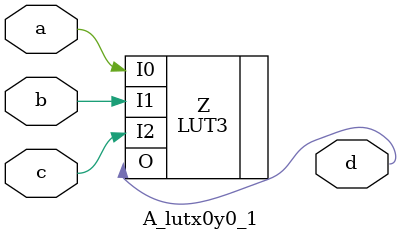
<source format=v>
module A_lutx0y0_1(a,b,c,d);
input a,b,c;
output d;
LUT3 #(.INIT(8'h1)) 
 Z(.I0(a),.I1(b),.I2(c),.O(d));
 endmodule

</source>
